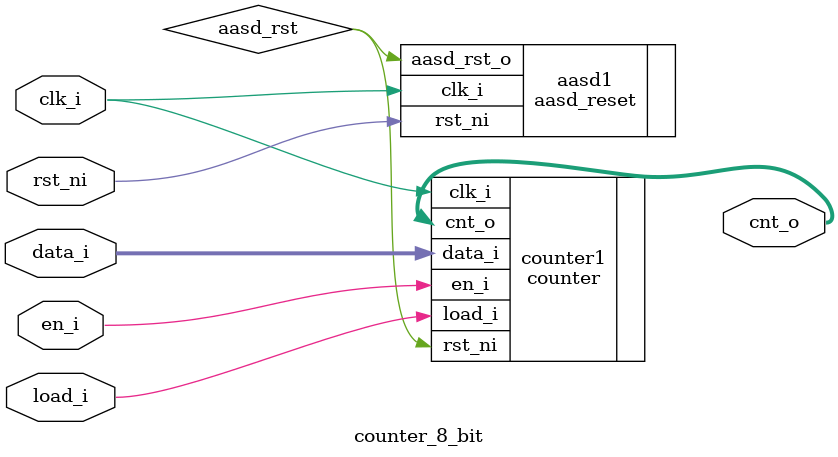
<source format=v>
`timescale 1ns / 100ps

module counter_8_bit (
    input           clk_i,
    input           rst_ni,
    input           en_i,
    input           load_i,
    input [7:0]     data_i,
    output [7:0]    cnt_o
);

counter counter1(
    .clk_i(clk_i),
    .rst_ni(aasd_rst),
    .en_i(en_i),
    .load_i(load_i),
    .data_i(data_i),
    .cnt_o(cnt_o)
);

aasd_reset aasd1(
    .rst_ni(rst_ni),
    .clk_i(clk_i),
    .aasd_rst_o(aasd_rst)
);

endmodule

</source>
